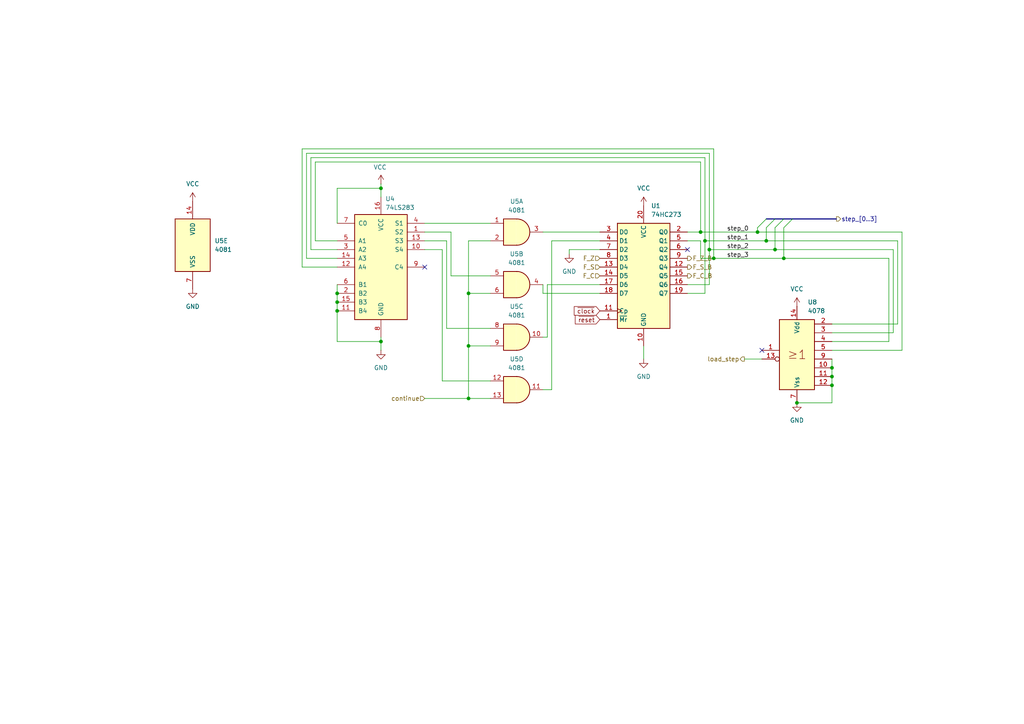
<source format=kicad_sch>
(kicad_sch (version 20250114) (generator "eeschema") (generator_version "9.0")
  (paper "A4")
  (title_block (title "PC-12 Sequencer and Instruction Register") (date "2025-11-19") (rev "A"))
  (lib_symbols
    (symbol "4xxx:4081" (pin_names (offset 1.016))
      (property "Reference" "U" (at 0 1.27 0))
      (property "Value" "4081" (at 0 -1.27 0))
      (symbol "4081_1_1"
        (arc (start 0 3.81) (mid 3.7934 0) (end 0 -3.81) (stroke (width 0.254)) (fill (type background)))
        (polyline (pts (xy 0 3.81) (xy -3.81 3.81) (xy -3.81 -3.81) (xy 0 -3.81)) (stroke (width 0.254)) (fill (type background)))
        (pin input line (at -7.62 2.54 0) (length 3.81) (name "~") (number "1"))
        (pin input line (at -7.62 -2.54 0) (length 3.81) (name "~") (number "2"))
        (pin output line (at 7.62 0 180) (length 3.81) (name "~") (number "3"))
      )
      (symbol "4081_1_2"
        (arc (start -3.81 3.81) (mid -2.589 0) (end -3.81 -3.81) (stroke (width 0.254)))
        (polyline (pts (xy -3.81 3.81) (xy -0.635 3.81)) (stroke (width 0.254)) (fill (type background)))
        (polyline (pts (xy -3.81 -3.81) (xy -0.635 -3.81)) (stroke (width 0.254)) (fill (type background)))
        (arc (start 3.81 0) (mid 2.1855 -2.584) (end -0.6096 -3.81) (stroke (width 0.254)) (fill (type background)))
        (arc (start -0.6096 3.81) (mid 2.1928 2.5924) (end 3.81 0) (stroke (width 0.254)) (fill (type background)))
        (polyline (pts (xy -0.635 3.81) (xy -3.81 3.81) (xy -3.81 3.81) (xy -3.556 3.4036) (xy -3.0226 2.2606) (xy -2.6924 1.0414) (xy -2.6162 -0.254) (xy -2.7686 -1.4986) (xy -3.175 -2.7178) (xy -3.81 -3.81) (xy -3.81 -3.81) (xy -0.635 -3.81)) (stroke (width -25.4)) (fill (type background)))
        (pin input inverted (at -7.62 2.54 0) (length 4.318) (name "~") (number "1"))
        (pin input inverted (at -7.62 -2.54 0) (length 4.318) (name "~") (number "2"))
        (pin output inverted (at 7.62 0 180) (length 3.81) (name "~") (number "3"))
      )
      (symbol "4081_2_1"
        (arc (start 0 3.81) (mid 3.7934 0) (end 0 -3.81) (stroke (width 0.254)) (fill (type background)))
        (polyline (pts (xy 0 3.81) (xy -3.81 3.81) (xy -3.81 -3.81) (xy 0 -3.81)) (stroke (width 0.254)) (fill (type background)))
        (pin input line (at -7.62 2.54 0) (length 3.81) (name "~") (number "5"))
        (pin input line (at -7.62 -2.54 0) (length 3.81) (name "~") (number "6"))
        (pin output line (at 7.62 0 180) (length 3.81) (name "~") (number "4"))
      )
      (symbol "4081_2_2"
        (arc (start -3.81 3.81) (mid -2.589 0) (end -3.81 -3.81) (stroke (width 0.254)))
        (polyline (pts (xy -3.81 3.81) (xy -0.635 3.81)) (stroke (width 0.254)) (fill (type background)))
        (polyline (pts (xy -3.81 -3.81) (xy -0.635 -3.81)) (stroke (width 0.254)) (fill (type background)))
        (arc (start 3.81 0) (mid 2.1855 -2.584) (end -0.6096 -3.81) (stroke (width 0.254)) (fill (type background)))
        (arc (start -0.6096 3.81) (mid 2.1928 2.5924) (end 3.81 0) (stroke (width 0.254)) (fill (type background)))
        (polyline (pts (xy -0.635 3.81) (xy -3.81 3.81) (xy -3.81 3.81) (xy -3.556 3.4036) (xy -3.0226 2.2606) (xy -2.6924 1.0414) (xy -2.6162 -0.254) (xy -2.7686 -1.4986) (xy -3.175 -2.7178) (xy -3.81 -3.81) (xy -3.81 -3.81) (xy -0.635 -3.81)) (stroke (width -25.4)) (fill (type background)))
        (pin input inverted (at -7.62 2.54 0) (length 4.318) (name "~") (number "5"))
        (pin input inverted (at -7.62 -2.54 0) (length 4.318) (name "~") (number "6"))
        (pin output inverted (at 7.62 0 180) (length 3.81) (name "~") (number "4"))
      )
      (symbol "4081_3_1"
        (arc (start 0 3.81) (mid 3.7934 0) (end 0 -3.81) (stroke (width 0.254)) (fill (type background)))
        (polyline (pts (xy 0 3.81) (xy -3.81 3.81) (xy -3.81 -3.81) (xy 0 -3.81)) (stroke (width 0.254)) (fill (type background)))
        (pin input line (at -7.62 2.54 0) (length 3.81) (name "~") (number "8"))
        (pin input line (at -7.62 -2.54 0) (length 3.81) (name "~") (number "9"))
        (pin output line (at 7.62 0 180) (length 3.81) (name "~") (number "10"))
      )
      (symbol "4081_3_2"
        (arc (start -3.81 3.81) (mid -2.589 0) (end -3.81 -3.81) (stroke (width 0.254)))
        (polyline (pts (xy -3.81 3.81) (xy -0.635 3.81)) (stroke (width 0.254)) (fill (type background)))
        (polyline (pts (xy -3.81 -3.81) (xy -0.635 -3.81)) (stroke (width 0.254)) (fill (type background)))
        (arc (start 3.81 0) (mid 2.1855 -2.584) (end -0.6096 -3.81) (stroke (width 0.254)) (fill (type background)))
        (arc (start -0.6096 3.81) (mid 2.1928 2.5924) (end 3.81 0) (stroke (width 0.254)) (fill (type background)))
        (polyline (pts (xy -0.635 3.81) (xy -3.81 3.81) (xy -3.81 3.81) (xy -3.556 3.4036) (xy -3.0226 2.2606) (xy -2.6924 1.0414) (xy -2.6162 -0.254) (xy -2.7686 -1.4986) (xy -3.175 -2.7178) (xy -3.81 -3.81) (xy -3.81 -3.81) (xy -0.635 -3.81)) (stroke (width -25.4)) (fill (type background)))
        (pin input inverted (at -7.62 2.54 0) (length 4.318) (name "~") (number "8"))
        (pin input inverted (at -7.62 -2.54 0) (length 4.318) (name "~") (number "9"))
        (pin output inverted (at 7.62 0 180) (length 3.81) (name "~") (number "10"))
      )
      (symbol "4081_4_1"
        (arc (start 0 3.81) (mid 3.7934 0) (end 0 -3.81) (stroke (width 0.254)) (fill (type background)))
        (polyline (pts (xy 0 3.81) (xy -3.81 3.81) (xy -3.81 -3.81) (xy 0 -3.81)) (stroke (width 0.254)) (fill (type background)))
        (pin input line (at -7.62 2.54 0) (length 3.81) (name "~") (number "12"))
        (pin input line (at -7.62 -2.54 0) (length 3.81) (name "~") (number "13"))
        (pin output line (at 7.62 0 180) (length 3.81) (name "~") (number "11"))
      )
      (symbol "4081_4_2"
        (arc (start -3.81 3.81) (mid -2.589 0) (end -3.81 -3.81) (stroke (width 0.254)))
        (polyline (pts (xy -3.81 3.81) (xy -0.635 3.81)) (stroke (width 0.254)) (fill (type background)))
        (polyline (pts (xy -3.81 -3.81) (xy -0.635 -3.81)) (stroke (width 0.254)) (fill (type background)))
        (arc (start 3.81 0) (mid 2.1855 -2.584) (end -0.6096 -3.81) (stroke (width 0.254)) (fill (type background)))
        (arc (start -0.6096 3.81) (mid 2.1928 2.5924) (end 3.81 0) (stroke (width 0.254)) (fill (type background)))
        (polyline (pts (xy -0.635 3.81) (xy -3.81 3.81) (xy -3.81 3.81) (xy -3.556 3.4036) (xy -3.0226 2.2606) (xy -2.6924 1.0414) (xy -2.6162 -0.254) (xy -2.7686 -1.4986) (xy -3.175 -2.7178) (xy -3.81 -3.81) (xy -3.81 -3.81) (xy -0.635 -3.81)) (stroke (width -25.4)) (fill (type background)))
        (pin input inverted (at -7.62 2.54 0) (length 4.318) (name "~") (number "12"))
        (pin input inverted (at -7.62 -2.54 0) (length 4.318) (name "~") (number "13"))
        (pin output inverted (at 7.62 0 180) (length 3.81) (name "~") (number "11"))
      )
      (symbol "4081_5_0"
        (pin power_in line (at 0 12.7 270) (length 5.08) (name "VDD") (number "14"))
        (pin power_in line (at 0 -12.7 90) (length 5.08) (name "VSS") (number "7"))
      )
      (symbol "4081_5_1"
        (rectangle (start -5.08 7.62) (end 5.08 -7.62) (stroke (width 0.254)) (fill (type background)))
      )
    )
    (symbol "4xxx_IEEE:4078"
      (property "Reference" "U" (at 2.54 10.16 0))
      (property "Value" "4078" (at 5.08 -12.7 0))
      (symbol "4078_0_0"
        (rectangle (start -5.08 8.89) (end 5.08 -11.43) (stroke (width 0.254)) (fill (type background)))
        (pin power_in line (at 0 12.7 270) (length 3.81) (name "Vdd") (number "14"))
      )
      (symbol "4078_1_0"
        (text "≥1" (at 0 -1.27 0) (effects (font (size 2.54 2.54))))
        (pin power_in line (at 0 -15.24 90) (length 3.81) (name "Vss") (number "7"))
      )
      (symbol "4078_1_1"
        (pin input line (at -10.16 7.62 0) (length 5.08) (name "~") (number "2"))
        (pin input line (at -10.16 5.08 0) (length 5.08) (name "~") (number "3"))
        (pin input line (at -10.16 2.54 0) (length 5.08) (name "~") (number "4"))
        (pin input line (at -10.16 0 0) (length 5.08) (name "~") (number "5"))
        (pin input line (at -10.16 -2.54 0) (length 5.08) (name "~") (number "9"))
        (pin input line (at -10.16 -5.08 0) (length 5.08) (name "~") (number "10"))
        (pin input line (at -10.16 -7.62 0) (length 5.08) (name "~") (number "11"))
        (pin input line (at -10.16 -10.16 0) (length 5.08) (name "~") (number "12"))
        (pin no_connect line (at 5.08 5.08 180) (length 3.81) (hide yes) (name "~") (number "8"))
        (pin no_connect line (at 5.08 2.54 180) (length 3.81) (hide yes) (name "~") (number "6"))
        (pin output line (at 10.16 0 180) (length 5.08) (name "~") (number "1"))
        (pin output inverted (at 10.16 -2.54 180) (length 5.08) (name "~") (number "13"))
      )
    )
    (symbol "74xx:74HC273"
      (property "Reference" "U" (at -7.62 16.51 0))
      (property "Value" "74HC273" (at -7.62 -16.51 0))
      (symbol "74HC273_1_0"
        (pin input line (at -12.7 12.7 0) (length 5.08) (name "D0") (number "3"))
        (pin input line (at -12.7 10.16 0) (length 5.08) (name "D1") (number "4"))
        (pin input line (at -12.7 7.62 0) (length 5.08) (name "D2") (number "7"))
        (pin input line (at -12.7 5.08 0) (length 5.08) (name "D3") (number "8"))
        (pin input line (at -12.7 2.54 0) (length 5.08) (name "D4") (number "13"))
        (pin input line (at -12.7 0 0) (length 5.08) (name "D5") (number "14"))
        (pin input line (at -12.7 -2.54 0) (length 5.08) (name "D6") (number "17"))
        (pin input line (at -12.7 -5.08 0) (length 5.08) (name "D7") (number "18"))
        (pin input clock (at -12.7 -10.16 0) (length 5.08) (name "Cp") (number "11"))
        (pin input line (at -12.7 -12.7 0) (length 5.08) (name "~{Mr}") (number "1"))
        (pin power_in line (at 0 20.32 270) (length 5.08) (name "VCC") (number "20"))
        (pin power_in line (at 0 -20.32 90) (length 5.08) (name "GND") (number "10"))
        (pin output line (at 12.7 12.7 180) (length 5.08) (name "Q0") (number "2"))
        (pin output line (at 12.7 10.16 180) (length 5.08) (name "Q1") (number "5"))
        (pin output line (at 12.7 7.62 180) (length 5.08) (name "Q2") (number "6"))
        (pin output line (at 12.7 5.08 180) (length 5.08) (name "Q3") (number "9"))
        (pin output line (at 12.7 2.54 180) (length 5.08) (name "Q4") (number "12"))
        (pin output line (at 12.7 0 180) (length 5.08) (name "Q5") (number "15"))
        (pin output line (at 12.7 -2.54 180) (length 5.08) (name "Q6") (number "16"))
        (pin output line (at 12.7 -5.08 180) (length 5.08) (name "Q7") (number "19"))
      )
      (symbol "74HC273_1_1"
        (rectangle (start -7.62 15.24) (end 7.62 -15.24) (stroke (width 0.254)) (fill (type background)))
      )
    )
    (symbol "74xx:74LS283" (pin_names (offset 1.016))
      (property "Reference" "U" (at -7.62 16.51 0))
      (property "Value" "74LS283" (at -7.62 -16.51 0))
      (symbol "74LS283_1_0"
        (pin input line (at -12.7 12.7 0) (length 5.08) (name "C0") (number "7"))
        (pin input line (at -12.7 7.62 0) (length 5.08) (name "A1") (number "5"))
        (pin input line (at -12.7 5.08 0) (length 5.08) (name "A2") (number "3"))
        (pin input line (at -12.7 2.54 0) (length 5.08) (name "A3") (number "14"))
        (pin input line (at -12.7 0 0) (length 5.08) (name "A4") (number "12"))
        (pin input line (at -12.7 -5.08 0) (length 5.08) (name "B1") (number "6"))
        (pin input line (at -12.7 -7.62 0) (length 5.08) (name "B2") (number "2"))
        (pin input line (at -12.7 -10.16 0) (length 5.08) (name "B3") (number "15"))
        (pin input line (at -12.7 -12.7 0) (length 5.08) (name "B4") (number "11"))
        (pin power_in line (at 0 20.32 270) (length 5.08) (name "VCC") (number "16"))
        (pin power_in line (at 0 -20.32 90) (length 5.08) (name "GND") (number "8"))
        (pin output line (at 12.7 12.7 180) (length 5.08) (name "S1") (number "4"))
        (pin output line (at 12.7 10.16 180) (length 5.08) (name "S2") (number "1"))
        (pin output line (at 12.7 7.62 180) (length 5.08) (name "S3") (number "13"))
        (pin output line (at 12.7 5.08 180) (length 5.08) (name "S4") (number "10"))
        (pin output line (at 12.7 0 180) (length 5.08) (name "C4") (number "9"))
      )
      (symbol "74LS283_1_1"
        (rectangle (start -7.62 15.24) (end 7.62 -15.24) (stroke (width 0.254)) (fill (type background)))
      )
    )
    (symbol "power:GND" (power) (pin_numbers (hide yes)) (pin_names (offset 0) (hide yes))
      (property "Value" "GND" (at 0 -3.81 0))
      (symbol "GND_0_1"
        (polyline (pts (xy 0 0) (xy 0 -1.27) (xy 1.27 -1.27) (xy 0 -2.54) (xy -1.27 -1.27) (xy 0 -1.27)))
      )
      (symbol "GND_1_1"
        (pin power_in line (at 0 0 270) (length 0) (name "~") (number "1"))
      )
    )
    (symbol "power:VCC" (power) (pin_numbers (hide yes)) (pin_names (offset 0) (hide yes))
      (property "Value" "VCC" (at 0 3.556 0))
      (symbol "VCC_0_1"
        (polyline (pts (xy -0.762 1.27) (xy 0 2.54)))
        (polyline (pts (xy 0 2.54) (xy 0.762 1.27)))
        (polyline (pts (xy 0 0) (xy 0 2.54)))
      )
      (symbol "VCC_1_1"
        (pin power_in line (at 0 0 90) (length 0) (name "~") (number "1"))
      )
    )
  )
  (junction (at 207.01 74.93))
  (junction (at 227.33 74.93))
  (junction (at 97.79 85.09))
  (junction (at 110.49 99.06))
  (junction (at 97.79 87.63))
  (junction (at 135.89 100.33))
  (junction (at 203.2 67.31))
  (junction (at 205.74 72.39))
  (junction (at 231.14 116.84))
  (junction (at 135.89 115.57))
  (junction (at 222.25 69.85))
  (junction (at 241.3 106.68))
  (junction (at 241.3 109.22))
  (junction (at 97.79 90.17))
  (junction (at 110.49 54.61))
  (junction (at 204.47 69.85))
  (junction (at 241.3 111.76))
  (junction (at 219.71 67.31))
  (junction (at 224.79 72.39))
  (junction (at 135.89 85.09))
  (no_connect (at 199.39 72.39))
  (no_connect (at 220.98 101.6))
  (no_connect (at 123.19 77.47))
  (bus_entry (at 227.33 63.5) (size -2.54 2.54))
  (bus_entry (at 229.87 63.5) (size -2.54 2.54))
  (bus_entry (at 224.79 63.5) (size -2.54 2.54))
  (bus_entry (at 222.25 63.5) (size -2.54 2.54))
  (wire (pts (xy 165.1 72.39) (xy 165.1 73.66)))
  (wire (pts (xy 203.2 67.31) (xy 203.2 46.99)))
  (wire (pts (xy 199.39 69.85) (xy 203.2 69.85)))
  (wire (pts (xy 224.79 72.39) (xy 224.79 66.04)))
  (wire (pts (xy 87.63 77.47) (xy 87.63 43.18)))
  (wire (pts (xy 241.3 93.98) (xy 260.35 93.98)))
  (wire (pts (xy 135.89 85.09) (xy 142.24 85.09)))
  (wire (pts (xy 97.79 77.47) (xy 87.63 77.47)))
  (wire (pts (xy 215.9 104.14) (xy 220.98 104.14)))
  (wire (pts (xy 128.27 110.49) (xy 142.24 110.49)))
  (wire (pts (xy 91.44 69.85) (xy 97.79 69.85)))
  (wire (pts (xy 97.79 54.61) (xy 97.79 64.77)))
  (wire (pts (xy 142.24 69.85) (xy 135.89 69.85)))
  (wire (pts (xy 160.02 113.03) (xy 157.48 113.03)))
  (wire (pts (xy 157.48 85.09) (xy 157.48 82.55)))
  (wire (pts (xy 87.63 43.18) (xy 207.01 43.18)))
  (wire (pts (xy 123.19 115.57) (xy 135.89 115.57)))
  (wire (pts (xy 135.89 115.57) (xy 142.24 115.57)))
  (bus (pts (xy 229.87 63.5) (xy 242.57 63.5)))
  (wire (pts (xy 241.3 111.76) (xy 241.3 116.84)))
  (bus (pts (xy 222.25 63.5) (xy 224.79 63.5)))
  (wire (pts (xy 203.2 69.85) (xy 203.2 74.93)))
  (wire (pts (xy 241.3 109.22) (xy 241.3 111.76)))
  (wire (pts (xy 227.33 74.93) (xy 257.81 74.93)))
  (wire (pts (xy 91.44 46.99) (xy 91.44 69.85)))
  (wire (pts (xy 205.74 72.39) (xy 224.79 72.39)))
  (bus (pts (xy 227.33 63.5) (xy 229.87 63.5)))
  (wire (pts (xy 88.9 74.93) (xy 97.79 74.93)))
  (wire (pts (xy 261.62 67.31) (xy 261.62 101.6)))
  (wire (pts (xy 207.01 74.93) (xy 227.33 74.93)))
  (wire (pts (xy 257.81 74.93) (xy 257.81 99.06)))
  (wire (pts (xy 173.99 85.09) (xy 157.48 85.09)))
  (wire (pts (xy 260.35 69.85) (xy 260.35 93.98)))
  (wire (pts (xy 203.2 74.93) (xy 207.01 74.93)))
  (wire (pts (xy 222.25 66.04) (xy 222.25 69.85)))
  (wire (pts (xy 123.19 64.77) (xy 142.24 64.77)))
  (wire (pts (xy 203.2 46.99) (xy 91.44 46.99)))
  (wire (pts (xy 135.89 100.33) (xy 135.89 115.57)))
  (wire (pts (xy 227.33 66.04) (xy 227.33 74.93)))
  (wire (pts (xy 110.49 99.06) (xy 110.49 97.79)))
  (wire (pts (xy 160.02 69.85) (xy 160.02 113.03)))
  (wire (pts (xy 199.39 82.55) (xy 205.74 82.55)))
  (wire (pts (xy 110.49 54.61) (xy 110.49 57.15)))
  (wire (pts (xy 135.89 85.09) (xy 135.89 100.33)))
  (wire (pts (xy 110.49 54.61) (xy 97.79 54.61)))
  (wire (pts (xy 241.3 104.14) (xy 241.3 106.68)))
  (wire (pts (xy 158.75 97.79) (xy 157.48 97.79)))
  (wire (pts (xy 222.25 69.85) (xy 260.35 69.85)))
  (wire (pts (xy 204.47 85.09) (xy 204.47 69.85)))
  (wire (pts (xy 128.27 72.39) (xy 128.27 110.49)))
  (wire (pts (xy 241.3 99.06) (xy 257.81 99.06)))
  (wire (pts (xy 186.69 104.14) (xy 186.69 100.33)))
  (wire (pts (xy 97.79 87.63) (xy 97.79 90.17)))
  (wire (pts (xy 241.3 106.68) (xy 241.3 109.22)))
  (wire (pts (xy 123.19 72.39) (xy 128.27 72.39)))
  (wire (pts (xy 123.19 69.85) (xy 129.54 69.85)))
  (wire (pts (xy 110.49 101.6) (xy 110.49 99.06)))
  (wire (pts (xy 173.99 72.39) (xy 165.1 72.39)))
  (wire (pts (xy 261.62 101.6) (xy 241.3 101.6)))
  (wire (pts (xy 205.74 82.55) (xy 205.74 72.39)))
  (wire (pts (xy 123.19 67.31) (xy 130.81 67.31)))
  (wire (pts (xy 129.54 95.25) (xy 142.24 95.25)))
  (wire (pts (xy 219.71 67.31) (xy 203.2 67.31)))
  (wire (pts (xy 207.01 43.18) (xy 207.01 74.93)))
  (wire (pts (xy 130.81 67.31) (xy 130.81 80.01)))
  (wire (pts (xy 158.75 82.55) (xy 158.75 97.79)))
  (wire (pts (xy 224.79 72.39) (xy 259.08 72.39)))
  (wire (pts (xy 90.17 45.72) (xy 204.47 45.72)))
  (wire (pts (xy 97.79 82.55) (xy 97.79 85.09)))
  (wire (pts (xy 241.3 116.84) (xy 231.14 116.84)))
  (wire (pts (xy 199.39 85.09) (xy 204.47 85.09)))
  (wire (pts (xy 88.9 44.45) (xy 88.9 74.93)))
  (wire (pts (xy 97.79 72.39) (xy 90.17 72.39)))
  (wire (pts (xy 205.74 72.39) (xy 205.74 44.45)))
  (wire (pts (xy 158.75 82.55) (xy 173.99 82.55)))
  (wire (pts (xy 110.49 53.34) (xy 110.49 54.61)))
  (wire (pts (xy 173.99 69.85) (xy 160.02 69.85)))
  (wire (pts (xy 97.79 99.06) (xy 110.49 99.06)))
  (wire (pts (xy 90.17 72.39) (xy 90.17 45.72)))
  (wire (pts (xy 135.89 69.85) (xy 135.89 85.09)))
  (wire (pts (xy 135.89 100.33) (xy 142.24 100.33)))
  (wire (pts (xy 204.47 45.72) (xy 204.47 69.85)))
  (wire (pts (xy 97.79 90.17) (xy 97.79 99.06)))
  (wire (pts (xy 97.79 85.09) (xy 97.79 87.63)))
  (wire (pts (xy 199.39 67.31) (xy 203.2 67.31)))
  (wire (pts (xy 205.74 44.45) (xy 88.9 44.45)))
  (wire (pts (xy 157.48 67.31) (xy 173.99 67.31)))
  (bus (pts (xy 224.79 63.5) (xy 227.33 63.5)))
  (wire (pts (xy 259.08 72.39) (xy 259.08 96.52)))
  (wire (pts (xy 222.25 69.85) (xy 204.47 69.85)))
  (wire (pts (xy 219.71 67.31) (xy 261.62 67.31)))
  (wire (pts (xy 259.08 96.52) (xy 241.3 96.52)))
  (wire (pts (xy 219.71 66.04) (xy 219.71 67.31)))
  (wire (pts (xy 129.54 69.85) (xy 129.54 95.25)))
  (wire (pts (xy 130.81 80.01) (xy 142.24 80.01)))
  (label "step_2" (at 210.82 72.39 0))
  (label "step_3" (at 210.82 74.93 0))
  (label "step_0" (at 210.82 67.31 0))
  (label "step_1" (at 210.82 69.85 0))
  (global_label "~{reset}" (shape input) (at 173.99 92.71 180) (property "Intersheetrefs" "${INTERSHEET_REFS}" (effects (hide yes))))
  (global_label "~{clock}" (shape input) (at 173.99 90.17 180) (property "Intersheetrefs" "${INTERSHEET_REFS}" (effects (hide yes))))
  (hierarchical_label "F_Z_B" (shape output) (at 199.39 74.93 0))
  (hierarchical_label "step_[0..3]" (shape output) (at 242.57 63.5 0))
  (hierarchical_label "F_S" (shape input) (at 173.99 77.47 180))
  (hierarchical_label "continue" (shape input) (at 123.19 115.57 180))
  (hierarchical_label "F_C" (shape input) (at 173.99 80.01 180))
  (hierarchical_label "load_step" (shape output) (at 215.9 104.14 180))
  (hierarchical_label "F_Z" (shape input) (at 173.99 74.93 180))
  (hierarchical_label "F_S_B" (shape output) (at 199.39 77.47 0))
  (hierarchical_label "F_C_B" (shape output) (at 199.39 80.01 0))
  (symbol (lib_id "power:VCC") (at 110.49 53.34 0) (unit 1)
    (property "Reference" "#PWR01" (effects (hide yes)))
    (property "Value" "VCC" (at 110.236 48.514 0))
    (property "Description" "Power symbol creates a global label with name \"VCC\"" (effects (hide yes)))
  )
  (symbol (lib_id "power:GND") (at 165.1 73.66 0) (unit 1)
    (property "Reference" "#PWR018" (effects (hide yes)))
    (property "Value" "GND" (at 165.1 78.74 0))
    (property "Description" "Power symbol creates a global label with name \"GND\" , ground" (effects (hide yes)))
  )
  (symbol (lib_id "power:GND") (at 55.88 83.82 0) (unit 1)
    (property "Reference" "#PWR04" (effects (hide yes)))
    (property "Value" "GND" (at 55.88 88.9 0))
    (property "Description" "Power symbol creates a global label with name \"GND\" , ground" (effects (hide yes)))
  )
  (symbol (lib_id "4xxx:4081") (at 149.86 67.31 0) (unit 1)
    (property "Reference" "U5" (at 149.8517 58.42 0))
    (property "Value" "4081" (at 149.8517 60.96 0))
    (property "Footprint" "Package_DIP:DIP-14_W7.62mm" (effects (hide yes)))
    (property "Datasheet" "http://www.intersil.com/content/dam/Intersil/documents/cd40/cd4073bms-81bms-82bms.pdf" (effects (hide yes)))
    (property "Description" "Quad And 2 inputs" (effects (hide yes)))
  )
  (symbol (lib_id "power:VCC") (at 231.14 88.9 0) (unit 1)
    (property "Reference" "#PWR017" (effects (hide yes)))
    (property "Value" "VCC" (at 231.14 83.82 0))
    (property "Description" "Power symbol creates a global label with name \"VCC\"" (effects (hide yes)))
  )
  (symbol (lib_id "4xxx:4081") (at 55.88 71.12 0) (unit 5)
    (property "Reference" "U5" (at 62.23 69.8499 0) (effects (justify left)))
    (property "Value" "4081" (at 62.23 72.3899 0) (effects (justify left)))
    (property "Footprint" "Package_DIP:DIP-14_W7.62mm" (effects (hide yes)))
    (property "Datasheet" "http://www.intersil.com/content/dam/Intersil/documents/cd40/cd4073bms-81bms-82bms.pdf" (effects (hide yes)))
    (property "Description" "Quad And 2 inputs" (effects (hide yes)))
  )
  (symbol (lib_id "power:VCC") (at 186.69 59.69 0) (unit 1)
    (property "Reference" "#PWR03" (effects (hide yes)))
    (property "Value" "VCC" (at 186.69 54.61 0))
    (property "Description" "Power symbol creates a global label with name \"VCC\"" (effects (hide yes)))
  )
  (symbol (lib_id "4xxx:4081") (at 149.86 97.79 0) (unit 3)
    (property "Reference" "U5" (at 149.8517 88.9 0))
    (property "Value" "4081" (at 149.8517 91.44 0))
    (property "Footprint" "Package_DIP:DIP-14_W7.62mm" (effects (hide yes)))
    (property "Datasheet" "http://www.intersil.com/content/dam/Intersil/documents/cd40/cd4073bms-81bms-82bms.pdf" (effects (hide yes)))
    (property "Description" "Quad And 2 inputs" (effects (hide yes)))
  )
  (symbol (lib_id "74xx:74HC273") (at 186.69 80.01 0) (unit 1)
    (property "Reference" "U1" (at 188.8333 59.69 0) (effects (justify left)))
    (property "Value" "74HC273" (at 188.8333 62.23 0) (effects (justify left)))
    (property "Footprint" "Package_DIP:DIP-20_W7.62mm" (effects (hide yes)))
    (property "Datasheet" "https://assets.nexperia.com/documents/data-sheet/74HC_HCT273.pdf" (effects (hide yes)))
    (property "Description" "8-bit D Flip-Flop, reset" (effects (hide yes)))
  )
  (symbol (lib_id "power:GND") (at 110.49 101.6 0) (unit 1)
    (property "Reference" "#PWR06" (effects (hide yes)))
    (property "Value" "GND" (at 110.49 106.68 0))
    (property "Description" "Power symbol creates a global label with name \"GND\" , ground" (effects (hide yes)))
  )
  (symbol (lib_id "74xx:74LS283") (at 110.49 77.47 0) (unit 1)
    (property "Reference" "U4" (at 111.76 57.658 0) (effects (justify left)))
    (property "Value" "74LS283" (at 111.76 60.198 0) (effects (justify left)))
    (property "Footprint" "Package_DIP:DIP-16_W7.62mm" (effects (hide yes)))
    (property "Datasheet" "http://www.ti.com/lit/gpn/sn74LS283" (effects (hide yes)))
    (property "Description" "4-bit full Adder" (effects (hide yes)))
  )
  (symbol (lib_id "4xxx_IEEE:4078") (at 231.14 101.6 0) (mirror y) (unit 1)
    (property "Reference" "U8" (at 234.2581 87.63 0) (effects (justify right)))
    (property "Value" "4078" (at 234.2581 90.17 0) (effects (justify right)))
    (property "Footprint" "Package_DIP:DIP-14_W7.62mm" (effects (hide yes)))
    (property "Datasheet" "https://www.ti.com/lit/ds/symlink/cd4078b.pdf" (effects (hide yes)))
    (property "Description" "8-input OR/NOR gate" (effects (hide yes)))
  )
  (symbol (lib_id "4xxx:4081") (at 149.86 82.55 0) (unit 2)
    (property "Reference" "U5" (at 149.8517 73.66 0))
    (property "Value" "4081" (at 149.8517 76.2 0))
    (property "Footprint" "Package_DIP:DIP-14_W7.62mm" (effects (hide yes)))
    (property "Datasheet" "http://www.intersil.com/content/dam/Intersil/documents/cd40/cd4073bms-81bms-82bms.pdf" (effects (hide yes)))
    (property "Description" "Quad And 2 inputs" (effects (hide yes)))
  )
  (symbol (lib_id "power:GND") (at 186.69 104.14 0) (unit 1)
    (property "Reference" "#PWR05" (effects (hide yes)))
    (property "Value" "GND" (at 186.69 109.22 0))
    (property "Description" "Power symbol creates a global label with name \"GND\" , ground" (effects (hide yes)))
  )
  (symbol (lib_id "4xxx:4081") (at 149.86 113.03 0) (unit 4)
    (property "Reference" "U5" (at 149.8517 104.14 0))
    (property "Value" "4081" (at 149.8517 106.68 0))
    (property "Footprint" "Package_DIP:DIP-14_W7.62mm" (effects (hide yes)))
    (property "Datasheet" "http://www.intersil.com/content/dam/Intersil/documents/cd40/cd4073bms-81bms-82bms.pdf" (effects (hide yes)))
    (property "Description" "Quad And 2 inputs" (effects (hide yes)))
  )
  (symbol (lib_id "power:GND") (at 231.14 116.84 0) (unit 1)
    (property "Reference" "#PWR016" (effects (hide yes)))
    (property "Value" "GND" (at 231.14 121.92 0))
    (property "Description" "Power symbol creates a global label with name \"GND\" , ground" (effects (hide yes)))
  )
  (symbol (lib_id "power:VCC") (at 55.88 58.42 0) (unit 1)
    (property "Reference" "#PWR02" (effects (hide yes)))
    (property "Value" "VCC" (at 55.88 53.34 0))
    (property "Description" "Power symbol creates a global label with name \"VCC\"" (effects (hide yes)))
  )
)
</source>
